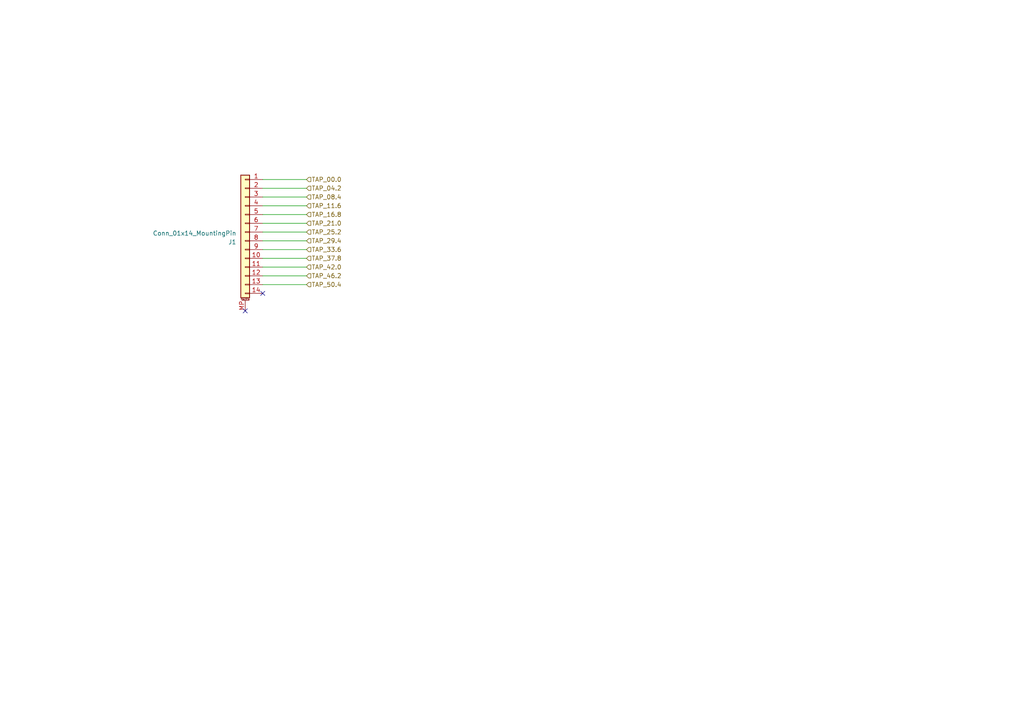
<source format=kicad_sch>
(kicad_sch (version 20231120) (generator "eeschema") (generator_version "8.0")
  (paper "A4")
  (lib_symbols
    (symbol "Connector_Generic_MountingPin:Conn_01x14_MountingPin" (pin_names (offset 1.016) hide)
      (property "Reference" "J" (at 0 17.78 0))
      (property "Value" "Conn_01x14_MountingPin" (at 1.27 -20.32 0))
      (symbol "Conn_01x14_MountingPin_1_1"
        (rectangle (start -1.27 -17.653) (end 0 -17.907) (stroke (width 0.1524)))
        (rectangle (start -1.27 -15.113) (end 0 -15.367) (stroke (width 0.1524)))
        (rectangle (start -1.27 -12.573) (end 0 -12.827) (stroke (width 0.1524)))
        (rectangle (start -1.27 -10.033) (end 0 -10.287) (stroke (width 0.1524)))
        (rectangle (start -1.27 -7.493) (end 0 -7.747) (stroke (width 0.1524)))
        (rectangle (start -1.27 -4.953) (end 0 -5.207) (stroke (width 0.1524)))
        (rectangle (start -1.27 -2.413) (end 0 -2.667) (stroke (width 0.1524)))
        (rectangle (start -1.27 0.127) (end 0 -0.127) (stroke (width 0.1524)))
        (rectangle (start -1.27 2.667) (end 0 2.413) (stroke (width 0.1524)))
        (rectangle (start -1.27 5.207) (end 0 4.953) (stroke (width 0.1524)))
        (rectangle (start -1.27 7.747) (end 0 7.493) (stroke (width 0.1524)))
        (rectangle (start -1.27 10.287) (end 0 10.033) (stroke (width 0.1524)))
        (rectangle (start -1.27 12.827) (end 0 12.573) (stroke (width 0.1524)))
        (rectangle (start -1.27 15.367) (end 0 15.113) (stroke (width 0.1524)))
        (rectangle (start -1.27 16.51) (end 1.27 -19.05) (stroke (width 0.254)) (fill (type background)))
        (polyline (pts (xy -1.016 -19.812) (xy 1.016 -19.812)) (stroke (width 0.1524)))
        (text "Mounting" (at 0 -19.431 0) (effects (font (size 0.381 0.381))))
        (pin passive line (at -5.08 15.24 0) (length 3.81) (name "Pin_1") (number "1"))
        (pin passive line (at -5.08 -7.62 0) (length 3.81) (name "Pin_10") (number "10"))
        (pin passive line (at -5.08 -10.16 0) (length 3.81) (name "Pin_11") (number "11"))
        (pin passive line (at -5.08 -12.7 0) (length 3.81) (name "Pin_12") (number "12"))
        (pin passive line (at -5.08 -15.24 0) (length 3.81) (name "Pin_13") (number "13"))
        (pin passive line (at -5.08 -17.78 0) (length 3.81) (name "Pin_14") (number "14"))
        (pin passive line (at -5.08 12.7 0) (length 3.81) (name "Pin_2") (number "2"))
        (pin passive line (at -5.08 10.16 0) (length 3.81) (name "Pin_3") (number "3"))
        (pin passive line (at -5.08 7.62 0) (length 3.81) (name "Pin_4") (number "4"))
        (pin passive line (at -5.08 5.08 0) (length 3.81) (name "Pin_5") (number "5"))
        (pin passive line (at -5.08 2.54 0) (length 3.81) (name "Pin_6") (number "6"))
        (pin passive line (at -5.08 0 0) (length 3.81) (name "Pin_7") (number "7"))
        (pin passive line (at -5.08 -2.54 0) (length 3.81) (name "Pin_8") (number "8"))
        (pin passive line (at -5.08 -5.08 0) (length 3.81) (name "Pin_9") (number "9"))
        (pin passive line (at 0 -22.86 90) (length 3.048) (name "MountPin") (number "MP"))
      )
    )
  )
  (no_connect (at 76.2 85.09))
  (no_connect (at 71.12 90.17))
  (wire (pts (xy 76.2 80.01) (xy 88.9 80.01)))
  (wire (pts (xy 76.2 62.23) (xy 88.9 62.23)))
  (wire (pts (xy 76.2 82.55) (xy 88.9 82.55)))
  (wire (pts (xy 76.2 77.47) (xy 88.9 77.47)))
  (wire (pts (xy 76.2 59.69) (xy 88.9 59.69)))
  (wire (pts (xy 76.2 74.93) (xy 88.9 74.93)))
  (wire (pts (xy 76.2 57.15) (xy 88.9 57.15)))
  (wire (pts (xy 76.2 64.77) (xy 88.9 64.77)))
  (wire (pts (xy 76.2 67.31) (xy 88.9 67.31)))
  (wire (pts (xy 76.2 54.61) (xy 88.9 54.61)))
  (wire (pts (xy 76.2 72.39) (xy 88.9 72.39)))
  (wire (pts (xy 76.2 52.07) (xy 88.9 52.07)))
  (wire (pts (xy 76.2 69.85) (xy 88.9 69.85)))
  (hierarchical_label "TAP_37.8" (shape input) (at 88.9 74.93 0))
  (hierarchical_label "TAP_29.4" (shape input) (at 88.9 69.85 0))
  (hierarchical_label "TAP_00.0" (shape input) (at 88.9 52.07 0))
  (hierarchical_label "TAP_25.2" (shape input) (at 88.9 67.31 0))
  (hierarchical_label "TAP_04.2" (shape input) (at 88.9 54.61 0))
  (hierarchical_label "TAP_11.6" (shape input) (at 88.9 59.69 0))
  (hierarchical_label "TAP_46.2" (shape input) (at 88.9 80.01 0))
  (hierarchical_label "TAP_42.0" (shape input) (at 88.9 77.47 0))
  (hierarchical_label "TAP_50.4" (shape input) (at 88.9 82.55 0))
  (hierarchical_label "TAP_33.6" (shape input) (at 88.9 72.39 0))
  (hierarchical_label "TAP_08.4" (shape input) (at 88.9 57.15 0))
  (hierarchical_label "TAP_16.8" (shape input) (at 88.9 62.23 0))
  (hierarchical_label "TAP_21.0" (shape input) (at 88.9 64.77 0))
  (symbol (lib_id "Connector_Generic_MountingPin:Conn_01x14_MountingPin") (at 71.12 67.31 0) (mirror y) (unit 1)
    (property "Reference" "J1" (at 68.58 70.2057 0) (effects (justify left)))
    (property "Value" "Conn_01x14_MountingPin" (at 68.58 67.6657 0) (effects (justify left)))
    (property "Footprint" "Connector_Molex:Molex_Micro-Fit_3.0_43045-1418_2x07-1MP_P3.00mm_Vertical" (effects (hide yes)))
    (property "Description" "Generic connectable mounting pin connector, single row, 01x14, script generated (kicad-library-utils/schlib/autogen/connector/)" (effects (hide yes)))
    (instances (project "bms-interface" (path "" (reference "J1") (unit 1)) (path "" (reference "J28") (unit 1)) (path "" (reference "J42") (unit 1)) (path "" (reference "J56") (unit 1)) (path "" (reference "J70") (unit 1)) (path "" (reference "J84") (unit 1)) (path "" (reference "J98") (unit 1)) (path "" (reference "J112") (unit 1))))
  )
)
</source>
